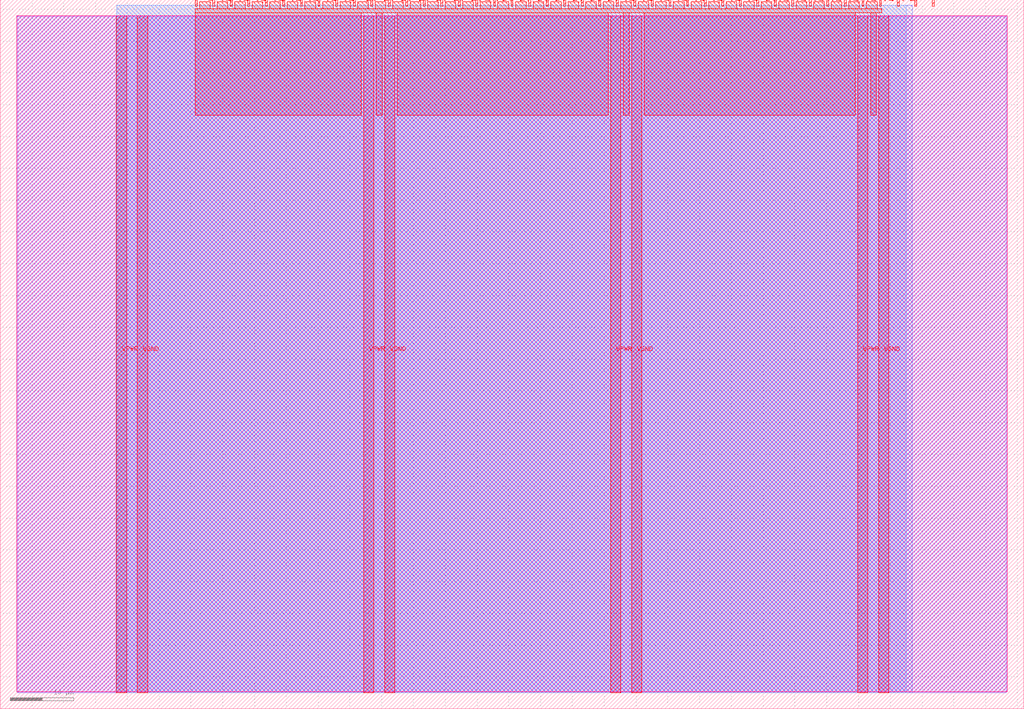
<source format=lef>
VERSION 5.7 ;
  NOWIREEXTENSIONATPIN ON ;
  DIVIDERCHAR "/" ;
  BUSBITCHARS "[]" ;
MACRO tt_um_sebastienparadis_hamming_top
  CLASS BLOCK ;
  FOREIGN tt_um_sebastienparadis_hamming_top ;
  ORIGIN 0.000 0.000 ;
  SIZE 161.000 BY 111.520 ;
  PIN VGND
    DIRECTION INOUT ;
    USE GROUND ;
    PORT
      LAYER met4 ;
        RECT 21.580 2.480 23.180 109.040 ;
    END
    PORT
      LAYER met4 ;
        RECT 60.450 2.480 62.050 109.040 ;
    END
    PORT
      LAYER met4 ;
        RECT 99.320 2.480 100.920 109.040 ;
    END
    PORT
      LAYER met4 ;
        RECT 138.190 2.480 139.790 109.040 ;
    END
  END VGND
  PIN VPWR
    DIRECTION INOUT ;
    USE POWER ;
    PORT
      LAYER met4 ;
        RECT 18.280 2.480 19.880 109.040 ;
    END
    PORT
      LAYER met4 ;
        RECT 57.150 2.480 58.750 109.040 ;
    END
    PORT
      LAYER met4 ;
        RECT 96.020 2.480 97.620 109.040 ;
    END
    PORT
      LAYER met4 ;
        RECT 134.890 2.480 136.490 109.040 ;
    END
  END VPWR
  PIN clk
    DIRECTION INPUT ;
    USE SIGNAL ;
    PORT
      LAYER met4 ;
        RECT 143.830 110.520 144.130 111.520 ;
    END
  END clk
  PIN ena
    DIRECTION INPUT ;
    USE SIGNAL ;
    PORT
      LAYER met4 ;
        RECT 146.590 110.520 146.890 111.520 ;
    END
  END ena
  PIN rst_n
    DIRECTION INPUT ;
    USE SIGNAL ;
    PORT
      LAYER met4 ;
        RECT 141.070 110.520 141.370 111.520 ;
    END
  END rst_n
  PIN ui_in[0]
    DIRECTION INPUT ;
    USE SIGNAL ;
    ANTENNAGATEAREA 0.159000 ;
    PORT
      LAYER met4 ;
        RECT 138.310 110.520 138.610 111.520 ;
    END
  END ui_in[0]
  PIN ui_in[1]
    DIRECTION INPUT ;
    USE SIGNAL ;
    ANTENNAGATEAREA 0.247500 ;
    PORT
      LAYER met4 ;
        RECT 135.550 110.520 135.850 111.520 ;
    END
  END ui_in[1]
  PIN ui_in[2]
    DIRECTION INPUT ;
    USE SIGNAL ;
    ANTENNAGATEAREA 0.213000 ;
    PORT
      LAYER met4 ;
        RECT 132.790 110.520 133.090 111.520 ;
    END
  END ui_in[2]
  PIN ui_in[3]
    DIRECTION INPUT ;
    USE SIGNAL ;
    ANTENNAGATEAREA 0.159000 ;
    PORT
      LAYER met4 ;
        RECT 130.030 110.520 130.330 111.520 ;
    END
  END ui_in[3]
  PIN ui_in[4]
    DIRECTION INPUT ;
    USE SIGNAL ;
    ANTENNAGATEAREA 0.213000 ;
    PORT
      LAYER met4 ;
        RECT 127.270 110.520 127.570 111.520 ;
    END
  END ui_in[4]
  PIN ui_in[5]
    DIRECTION INPUT ;
    USE SIGNAL ;
    ANTENNAGATEAREA 0.126000 ;
    PORT
      LAYER met4 ;
        RECT 124.510 110.520 124.810 111.520 ;
    END
  END ui_in[5]
  PIN ui_in[6]
    DIRECTION INPUT ;
    USE SIGNAL ;
    ANTENNAGATEAREA 0.126000 ;
    PORT
      LAYER met4 ;
        RECT 121.750 110.520 122.050 111.520 ;
    END
  END ui_in[6]
  PIN ui_in[7]
    DIRECTION INPUT ;
    USE SIGNAL ;
    ANTENNAGATEAREA 0.159000 ;
    PORT
      LAYER met4 ;
        RECT 118.990 110.520 119.290 111.520 ;
    END
  END ui_in[7]
  PIN uio_in[0]
    DIRECTION INPUT ;
    USE SIGNAL ;
    PORT
      LAYER met4 ;
        RECT 116.230 110.520 116.530 111.520 ;
    END
  END uio_in[0]
  PIN uio_in[1]
    DIRECTION INPUT ;
    USE SIGNAL ;
    PORT
      LAYER met4 ;
        RECT 113.470 110.520 113.770 111.520 ;
    END
  END uio_in[1]
  PIN uio_in[2]
    DIRECTION INPUT ;
    USE SIGNAL ;
    PORT
      LAYER met4 ;
        RECT 110.710 110.520 111.010 111.520 ;
    END
  END uio_in[2]
  PIN uio_in[3]
    DIRECTION INPUT ;
    USE SIGNAL ;
    PORT
      LAYER met4 ;
        RECT 107.950 110.520 108.250 111.520 ;
    END
  END uio_in[3]
  PIN uio_in[4]
    DIRECTION INPUT ;
    USE SIGNAL ;
    PORT
      LAYER met4 ;
        RECT 105.190 110.520 105.490 111.520 ;
    END
  END uio_in[4]
  PIN uio_in[5]
    DIRECTION INPUT ;
    USE SIGNAL ;
    PORT
      LAYER met4 ;
        RECT 102.430 110.520 102.730 111.520 ;
    END
  END uio_in[5]
  PIN uio_in[6]
    DIRECTION INPUT ;
    USE SIGNAL ;
    PORT
      LAYER met4 ;
        RECT 99.670 110.520 99.970 111.520 ;
    END
  END uio_in[6]
  PIN uio_in[7]
    DIRECTION INPUT ;
    USE SIGNAL ;
    PORT
      LAYER met4 ;
        RECT 96.910 110.520 97.210 111.520 ;
    END
  END uio_in[7]
  PIN uio_oe[0]
    DIRECTION OUTPUT ;
    USE SIGNAL ;
    PORT
      LAYER met4 ;
        RECT 49.990 110.520 50.290 111.520 ;
    END
  END uio_oe[0]
  PIN uio_oe[1]
    DIRECTION OUTPUT ;
    USE SIGNAL ;
    PORT
      LAYER met4 ;
        RECT 47.230 110.520 47.530 111.520 ;
    END
  END uio_oe[1]
  PIN uio_oe[2]
    DIRECTION OUTPUT ;
    USE SIGNAL ;
    PORT
      LAYER met4 ;
        RECT 44.470 110.520 44.770 111.520 ;
    END
  END uio_oe[2]
  PIN uio_oe[3]
    DIRECTION OUTPUT ;
    USE SIGNAL ;
    PORT
      LAYER met4 ;
        RECT 41.710 110.520 42.010 111.520 ;
    END
  END uio_oe[3]
  PIN uio_oe[4]
    DIRECTION OUTPUT ;
    USE SIGNAL ;
    PORT
      LAYER met4 ;
        RECT 38.950 110.520 39.250 111.520 ;
    END
  END uio_oe[4]
  PIN uio_oe[5]
    DIRECTION OUTPUT ;
    USE SIGNAL ;
    PORT
      LAYER met4 ;
        RECT 36.190 110.520 36.490 111.520 ;
    END
  END uio_oe[5]
  PIN uio_oe[6]
    DIRECTION OUTPUT ;
    USE SIGNAL ;
    PORT
      LAYER met4 ;
        RECT 33.430 110.520 33.730 111.520 ;
    END
  END uio_oe[6]
  PIN uio_oe[7]
    DIRECTION OUTPUT ;
    USE SIGNAL ;
    PORT
      LAYER met4 ;
        RECT 30.670 110.520 30.970 111.520 ;
    END
  END uio_oe[7]
  PIN uio_out[0]
    DIRECTION OUTPUT ;
    USE SIGNAL ;
    PORT
      LAYER met4 ;
        RECT 72.070 110.520 72.370 111.520 ;
    END
  END uio_out[0]
  PIN uio_out[1]
    DIRECTION OUTPUT ;
    USE SIGNAL ;
    PORT
      LAYER met4 ;
        RECT 69.310 110.520 69.610 111.520 ;
    END
  END uio_out[1]
  PIN uio_out[2]
    DIRECTION OUTPUT ;
    USE SIGNAL ;
    PORT
      LAYER met4 ;
        RECT 66.550 110.520 66.850 111.520 ;
    END
  END uio_out[2]
  PIN uio_out[3]
    DIRECTION OUTPUT ;
    USE SIGNAL ;
    PORT
      LAYER met4 ;
        RECT 63.790 110.520 64.090 111.520 ;
    END
  END uio_out[3]
  PIN uio_out[4]
    DIRECTION OUTPUT ;
    USE SIGNAL ;
    PORT
      LAYER met4 ;
        RECT 61.030 110.520 61.330 111.520 ;
    END
  END uio_out[4]
  PIN uio_out[5]
    DIRECTION OUTPUT ;
    USE SIGNAL ;
    PORT
      LAYER met4 ;
        RECT 58.270 110.520 58.570 111.520 ;
    END
  END uio_out[5]
  PIN uio_out[6]
    DIRECTION OUTPUT ;
    USE SIGNAL ;
    PORT
      LAYER met4 ;
        RECT 55.510 110.520 55.810 111.520 ;
    END
  END uio_out[6]
  PIN uio_out[7]
    DIRECTION OUTPUT ;
    USE SIGNAL ;
    PORT
      LAYER met4 ;
        RECT 52.750 110.520 53.050 111.520 ;
    END
  END uio_out[7]
  PIN uo_out[0]
    DIRECTION OUTPUT ;
    USE SIGNAL ;
    ANTENNADIFFAREA 0.891000 ;
    PORT
      LAYER met4 ;
        RECT 94.150 110.520 94.450 111.520 ;
    END
  END uo_out[0]
  PIN uo_out[1]
    DIRECTION OUTPUT ;
    USE SIGNAL ;
    ANTENNADIFFAREA 1.524450 ;
    PORT
      LAYER met4 ;
        RECT 91.390 110.520 91.690 111.520 ;
    END
  END uo_out[1]
  PIN uo_out[2]
    DIRECTION OUTPUT ;
    USE SIGNAL ;
    ANTENNADIFFAREA 1.721000 ;
    PORT
      LAYER met4 ;
        RECT 88.630 110.520 88.930 111.520 ;
    END
  END uo_out[2]
  PIN uo_out[3]
    DIRECTION OUTPUT ;
    USE SIGNAL ;
    ANTENNADIFFAREA 0.891000 ;
    PORT
      LAYER met4 ;
        RECT 85.870 110.520 86.170 111.520 ;
    END
  END uo_out[3]
  PIN uo_out[4]
    DIRECTION OUTPUT ;
    USE SIGNAL ;
    ANTENNADIFFAREA 0.891000 ;
    PORT
      LAYER met4 ;
        RECT 83.110 110.520 83.410 111.520 ;
    END
  END uo_out[4]
  PIN uo_out[5]
    DIRECTION OUTPUT ;
    USE SIGNAL ;
    ANTENNADIFFAREA 0.891000 ;
    PORT
      LAYER met4 ;
        RECT 80.350 110.520 80.650 111.520 ;
    END
  END uo_out[5]
  PIN uo_out[6]
    DIRECTION OUTPUT ;
    USE SIGNAL ;
    ANTENNADIFFAREA 0.891000 ;
    PORT
      LAYER met4 ;
        RECT 77.590 110.520 77.890 111.520 ;
    END
  END uo_out[6]
  PIN uo_out[7]
    DIRECTION OUTPUT ;
    USE SIGNAL ;
    PORT
      LAYER met4 ;
        RECT 74.830 110.520 75.130 111.520 ;
    END
  END uo_out[7]
  OBS
      LAYER nwell ;
        RECT 2.570 2.635 158.430 108.990 ;
      LAYER li1 ;
        RECT 2.760 2.635 158.240 108.885 ;
      LAYER met1 ;
        RECT 2.760 2.480 158.240 109.040 ;
      LAYER met2 ;
        RECT 18.310 2.535 143.420 110.685 ;
      LAYER met3 ;
        RECT 18.290 2.555 142.535 110.665 ;
      LAYER met4 ;
        RECT 31.370 110.120 33.030 111.170 ;
        RECT 34.130 110.120 35.790 111.170 ;
        RECT 36.890 110.120 38.550 111.170 ;
        RECT 39.650 110.120 41.310 111.170 ;
        RECT 42.410 110.120 44.070 111.170 ;
        RECT 45.170 110.120 46.830 111.170 ;
        RECT 47.930 110.120 49.590 111.170 ;
        RECT 50.690 110.120 52.350 111.170 ;
        RECT 53.450 110.120 55.110 111.170 ;
        RECT 56.210 110.120 57.870 111.170 ;
        RECT 58.970 110.120 60.630 111.170 ;
        RECT 61.730 110.120 63.390 111.170 ;
        RECT 64.490 110.120 66.150 111.170 ;
        RECT 67.250 110.120 68.910 111.170 ;
        RECT 70.010 110.120 71.670 111.170 ;
        RECT 72.770 110.120 74.430 111.170 ;
        RECT 75.530 110.120 77.190 111.170 ;
        RECT 78.290 110.120 79.950 111.170 ;
        RECT 81.050 110.120 82.710 111.170 ;
        RECT 83.810 110.120 85.470 111.170 ;
        RECT 86.570 110.120 88.230 111.170 ;
        RECT 89.330 110.120 90.990 111.170 ;
        RECT 92.090 110.120 93.750 111.170 ;
        RECT 94.850 110.120 96.510 111.170 ;
        RECT 97.610 110.120 99.270 111.170 ;
        RECT 100.370 110.120 102.030 111.170 ;
        RECT 103.130 110.120 104.790 111.170 ;
        RECT 105.890 110.120 107.550 111.170 ;
        RECT 108.650 110.120 110.310 111.170 ;
        RECT 111.410 110.120 113.070 111.170 ;
        RECT 114.170 110.120 115.830 111.170 ;
        RECT 116.930 110.120 118.590 111.170 ;
        RECT 119.690 110.120 121.350 111.170 ;
        RECT 122.450 110.120 124.110 111.170 ;
        RECT 125.210 110.120 126.870 111.170 ;
        RECT 127.970 110.120 129.630 111.170 ;
        RECT 130.730 110.120 132.390 111.170 ;
        RECT 133.490 110.120 135.150 111.170 ;
        RECT 136.250 110.120 137.910 111.170 ;
        RECT 30.655 109.440 138.625 110.120 ;
        RECT 30.655 93.335 56.750 109.440 ;
        RECT 59.150 93.335 60.050 109.440 ;
        RECT 62.450 93.335 95.620 109.440 ;
        RECT 98.020 93.335 98.920 109.440 ;
        RECT 101.320 93.335 134.490 109.440 ;
        RECT 136.890 93.335 137.790 109.440 ;
  END
END tt_um_sebastienparadis_hamming_top
END LIBRARY


</source>
